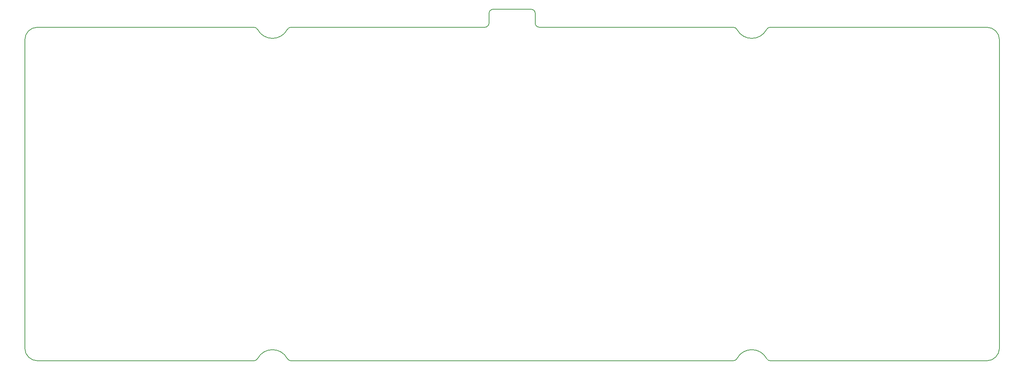
<source format=gbr>
%TF.GenerationSoftware,KiCad,Pcbnew,(6.0.6)*%
%TF.CreationDate,2022-10-05T22:20:27+02:00*%
%TF.ProjectId,Larva,4c617276-612e-46b6-9963-61645f706362,rev?*%
%TF.SameCoordinates,Original*%
%TF.FileFunction,Profile,NP*%
%FSLAX46Y46*%
G04 Gerber Fmt 4.6, Leading zero omitted, Abs format (unit mm)*
G04 Created by KiCad (PCBNEW (6.0.6)) date 2022-10-05 22:20:27*
%MOMM*%
%LPD*%
G01*
G04 APERTURE LIST*
%TA.AperFunction,Profile*%
%ADD10C,0.200000*%
%TD*%
G04 APERTURE END LIST*
D10*
X157420000Y-47725000D02*
G75*
G03*
X156420001Y-46725000I-1000000J0D01*
G01*
X147420002Y-46725001D02*
G75*
G03*
X146420001Y-47725001I-2J-999999D01*
G01*
X99283334Y-51025000D02*
X145420002Y-51025000D01*
X212500640Y-130095014D02*
G75*
G03*
X213383333Y-130625001I882660J470014D01*
G01*
X38920001Y-51025000D02*
G75*
G03*
X35920000Y-54025001I-1J-3000000D01*
G01*
X157420001Y-48425000D02*
X157420001Y-50025001D01*
X205439333Y-51555002D02*
G75*
G03*
X212500668Y-51555000I3530667J1880002D01*
G01*
X213383333Y-51025000D02*
X264920001Y-51025000D01*
X90456669Y-130625000D02*
X38920002Y-130625000D01*
X35920001Y-127624999D02*
G75*
G03*
X38920001Y-130624999I2999999J-1D01*
G01*
X158420001Y-51025000D02*
X204556668Y-51025000D01*
X267920001Y-54025001D02*
X267920001Y-127625000D01*
X145420002Y-51025002D02*
G75*
G03*
X146420002Y-50025000I-2J1000002D01*
G01*
X146420002Y-50025000D02*
X146420002Y-48425000D01*
X157420001Y-47725000D02*
X157420001Y-48425000D01*
X90456669Y-130624972D02*
G75*
G03*
X91339335Y-130095000I31J999972D01*
G01*
X204556668Y-130625000D02*
X99283334Y-130625000D01*
X264920001Y-130625000D02*
X213383333Y-130625000D01*
X212500664Y-130095001D02*
G75*
G03*
X205439336Y-130095001I-3530664J-1879999D01*
G01*
X98400667Y-130095000D02*
G75*
G03*
X91339335Y-130095000I-3530666J-1880001D01*
G01*
X91339360Y-51554988D02*
G75*
G03*
X90456670Y-51025000I-882660J-470012D01*
G01*
X147420002Y-46725000D02*
X156420001Y-46725001D01*
X146420002Y-47725000D02*
X146420002Y-48425000D01*
X99283334Y-51025030D02*
G75*
G03*
X98400668Y-51555000I-34J-999970D01*
G01*
X264920001Y-130625001D02*
G75*
G03*
X267920001Y-127625000I-1J3000001D01*
G01*
X204556668Y-130624971D02*
G75*
G03*
X205439334Y-130095000I32J999971D01*
G01*
X98400641Y-130095013D02*
G75*
G03*
X99283333Y-130625000I882659J470013D01*
G01*
X205439360Y-51554986D02*
G75*
G03*
X204556668Y-51024999I-882660J-470014D01*
G01*
X157420000Y-50025000D02*
G75*
G03*
X158420001Y-51025000I1000000J0D01*
G01*
X213383333Y-51025029D02*
G75*
G03*
X212500667Y-51555000I-33J-999971D01*
G01*
X267919999Y-54025001D02*
G75*
G03*
X264920001Y-51025001I-2999999J1D01*
G01*
X91339334Y-51555002D02*
G75*
G03*
X98400667Y-51554999I3530666J1880002D01*
G01*
X35920001Y-127625000D02*
X35920001Y-54025001D01*
X38920001Y-51025000D02*
X90456669Y-51025000D01*
M02*

</source>
